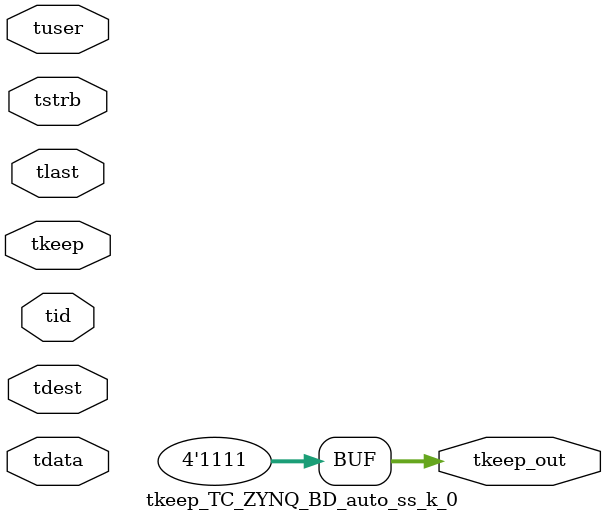
<source format=v>


`timescale 1ps/1ps

module tkeep_TC_ZYNQ_BD_auto_ss_k_0 #
(
parameter C_S_AXIS_TDATA_WIDTH = 32,
parameter C_S_AXIS_TUSER_WIDTH = 0,
parameter C_S_AXIS_TID_WIDTH   = 0,
parameter C_S_AXIS_TDEST_WIDTH = 0,
parameter C_M_AXIS_TDATA_WIDTH = 32
)
(
input  [(C_S_AXIS_TDATA_WIDTH == 0 ? 1 : C_S_AXIS_TDATA_WIDTH)-1:0     ] tdata,
input  [(C_S_AXIS_TUSER_WIDTH == 0 ? 1 : C_S_AXIS_TUSER_WIDTH)-1:0     ] tuser,
input  [(C_S_AXIS_TID_WIDTH   == 0 ? 1 : C_S_AXIS_TID_WIDTH)-1:0       ] tid,
input  [(C_S_AXIS_TDEST_WIDTH == 0 ? 1 : C_S_AXIS_TDEST_WIDTH)-1:0     ] tdest,
input  [(C_S_AXIS_TDATA_WIDTH/8)-1:0 ] tkeep,
input  [(C_S_AXIS_TDATA_WIDTH/8)-1:0 ] tstrb,
input                                                                    tlast,
output [(C_M_AXIS_TDATA_WIDTH/8)-1:0 ] tkeep_out
);

assign tkeep_out = {4'b1111};

endmodule


</source>
